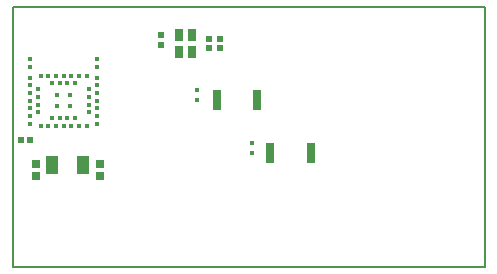
<source format=gtp>
G04*
G04 #@! TF.GenerationSoftware,Altium Limited,Altium Designer,20.2.5 (213)*
G04*
G04 Layer_Color=8421504*
%FSLAX25Y25*%
%MOIN*%
G70*
G04*
G04 #@! TF.SameCoordinates,6F863687-9C3A-4172-A650-1A8696597D16*
G04*
G04*
G04 #@! TF.FilePolarity,Positive*
G04*
G01*
G75*
%ADD11C,0.00500*%
%ADD14R,0.01378X0.01378*%
%ADD15R,0.01654X0.01654*%
%ADD16C,0.00039*%
%ADD17R,0.02047X0.02165*%
%ADD18R,0.02165X0.02047*%
%ADD19R,0.03150X0.03937*%
%ADD20R,0.02835X0.02835*%
%ADD21R,0.03937X0.06102*%
%ADD22R,0.03150X0.06693*%
%ADD23R,0.01378X0.01417*%
D11*
X0Y86614D02*
X157480Y86614D01*
X0Y-0D02*
X157480Y0D01*
X0Y-0D02*
Y86614D01*
X157480Y0D02*
Y86614D01*
D14*
X5807Y69260D02*
D03*
Y66701D02*
D03*
Y62992D02*
D03*
Y60433D02*
D03*
Y57874D02*
D03*
Y55315D02*
D03*
Y52756D02*
D03*
Y50197D02*
D03*
Y47638D02*
D03*
X8366Y59153D02*
D03*
Y56595D02*
D03*
Y54035D02*
D03*
Y51476D02*
D03*
X9311Y46898D02*
D03*
X11870D02*
D03*
X16988D02*
D03*
X19547D02*
D03*
X24665D02*
D03*
X13150Y49457D02*
D03*
X18268D02*
D03*
X20827D02*
D03*
X28169Y47638D02*
D03*
Y50197D02*
D03*
Y52756D02*
D03*
Y55315D02*
D03*
Y57874D02*
D03*
Y60433D02*
D03*
Y62992D02*
D03*
Y66701D02*
D03*
Y69260D02*
D03*
X25610Y51476D02*
D03*
Y54035D02*
D03*
Y56595D02*
D03*
Y59153D02*
D03*
X24665Y63728D02*
D03*
X22106D02*
D03*
X19547D02*
D03*
X16988D02*
D03*
X14429D02*
D03*
X11870D02*
D03*
X9311D02*
D03*
X18268Y61169D02*
D03*
X13150D02*
D03*
X14429Y46898D02*
D03*
X22106D02*
D03*
X15709Y49457D02*
D03*
X20827Y61169D02*
D03*
X15709D02*
D03*
D15*
X14941Y57087D02*
D03*
Y53543D02*
D03*
X19035D02*
D03*
Y57087D02*
D03*
D16*
X147638Y42224D02*
D03*
X142638D02*
D03*
X147638Y47224D02*
D03*
X142638D02*
D03*
X147638Y52224D02*
D03*
X142638D02*
D03*
D17*
X2657Y42224D02*
D03*
X5807D02*
D03*
D18*
X49606Y74016D02*
D03*
Y77165D02*
D03*
X69291Y75984D02*
D03*
Y72835D02*
D03*
X65354D02*
D03*
Y75984D02*
D03*
D19*
X59646Y71457D02*
D03*
Y77362D02*
D03*
X55315D02*
D03*
Y71457D02*
D03*
D20*
X28996Y34193D02*
D03*
Y30177D02*
D03*
X7736Y34193D02*
D03*
Y30177D02*
D03*
D21*
X23484Y33957D02*
D03*
X13248D02*
D03*
D22*
X85925Y37795D02*
D03*
X99311D02*
D03*
X68012Y55512D02*
D03*
X81398D02*
D03*
D23*
X79921Y41122D02*
D03*
Y37815D02*
D03*
X61319Y58839D02*
D03*
Y55532D02*
D03*
M02*

</source>
